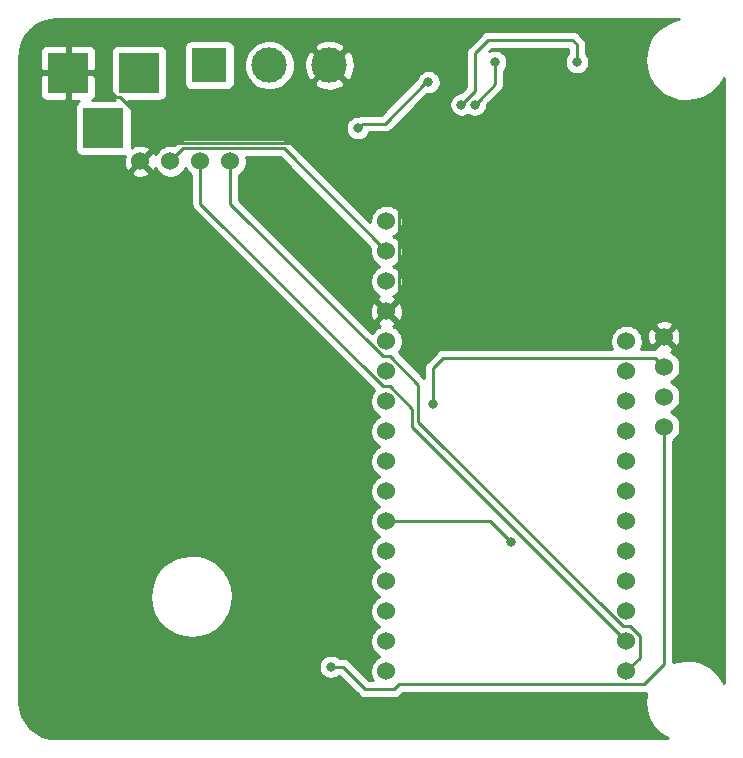
<source format=gbr>
G04 #@! TF.GenerationSoftware,KiCad,Pcbnew,(5.1.0)-1*
G04 #@! TF.CreationDate,2019-06-12T13:49:38+02:00*
G04 #@! TF.ProjectId,me-freeled,6d652d66-7265-4656-9c65-642e6b696361,rev?*
G04 #@! TF.SameCoordinates,Original*
G04 #@! TF.FileFunction,Copper,L2,Bot*
G04 #@! TF.FilePolarity,Positive*
%FSLAX46Y46*%
G04 Gerber Fmt 4.6, Leading zero omitted, Abs format (unit mm)*
G04 Created by KiCad (PCBNEW (5.1.0)-1) date 2019-06-12 13:49:38*
%MOMM*%
%LPD*%
G04 APERTURE LIST*
%ADD10C,1.524000*%
%ADD11R,3.500000X3.500000*%
%ADD12C,3.000000*%
%ADD13R,3.000000X3.000000*%
%ADD14C,1.530000*%
%ADD15C,0.800000*%
%ADD16C,0.250000*%
%ADD17C,0.254000*%
G04 APERTURE END LIST*
D10*
X42672000Y-66040000D03*
X40132000Y-66040000D03*
X37592000Y-66040000D03*
X35052000Y-66040000D03*
X55880000Y-71120000D03*
X55880000Y-73660000D03*
X55880000Y-76200000D03*
X55880000Y-78740000D03*
X55880000Y-81280000D03*
X55880000Y-83820000D03*
X55880000Y-86360000D03*
X55880000Y-88900000D03*
X55880000Y-91440000D03*
X55880000Y-93980000D03*
X55880000Y-96520000D03*
X55880000Y-99060000D03*
X55880000Y-101600000D03*
X55880000Y-104140000D03*
X55880000Y-106680000D03*
X55880000Y-109220000D03*
X76200000Y-109220000D03*
X76200000Y-106680000D03*
X76200000Y-104140000D03*
X76200000Y-101600000D03*
X76200000Y-99060000D03*
X76200000Y-96520000D03*
X76200000Y-93980000D03*
X76200000Y-91440000D03*
X76200000Y-88900000D03*
X76200000Y-86360000D03*
X76200000Y-83820000D03*
X76200000Y-81280000D03*
D11*
X31925000Y-63247000D03*
X28925000Y-58547000D03*
X34925000Y-58547000D03*
D12*
X51054000Y-57912000D03*
X45974000Y-57912000D03*
D13*
X40894000Y-57912000D03*
D14*
X79375000Y-85979000D03*
X79375000Y-83439000D03*
X79375000Y-80899000D03*
X79375000Y-88519000D03*
D15*
X51181000Y-108839000D03*
X63373000Y-61246010D03*
X65087000Y-57658000D03*
X53467000Y-63246000D03*
X59436000Y-59346000D03*
X62230000Y-61246010D03*
X72009000Y-57658000D03*
X59817000Y-86614000D03*
X66421000Y-98298000D03*
D16*
X28925000Y-58547000D02*
X31000300Y-58547000D01*
X36619000Y-64473000D02*
X56986800Y-64473000D01*
X35052000Y-66040000D02*
X36619000Y-64473000D01*
X31000300Y-58547000D02*
X31000300Y-58676800D01*
X31000300Y-58676800D02*
X32945800Y-60622300D01*
X32945800Y-60622300D02*
X33307300Y-60622300D01*
X33307300Y-60622300D02*
X36619000Y-63934000D01*
X36619000Y-63934000D02*
X36619000Y-64473000D01*
X56986800Y-64473000D02*
X56986800Y-77633200D01*
X56986800Y-77633200D02*
X55880000Y-78740000D01*
X64259100Y-64473000D02*
X56986800Y-64473000D01*
X76200000Y-109220000D02*
X77321100Y-108098900D01*
X77321100Y-108098900D02*
X77321100Y-106240700D01*
X77321100Y-106240700D02*
X76490400Y-105410000D01*
X76490400Y-105410000D02*
X75913200Y-105410000D01*
X75913200Y-105410000D02*
X58590800Y-88087600D01*
X58590800Y-88087600D02*
X58590800Y-84983200D01*
X58590800Y-84983200D02*
X56157600Y-82550000D01*
X56157600Y-82550000D02*
X55560400Y-82550000D01*
X55560400Y-82550000D02*
X42672000Y-69661600D01*
X42672000Y-69661600D02*
X42672000Y-66040000D01*
X76200000Y-106680000D02*
X58072300Y-88552300D01*
X58072300Y-88552300D02*
X58072300Y-87001900D01*
X58072300Y-87001900D02*
X56160400Y-85090000D01*
X56160400Y-85090000D02*
X55582800Y-85090000D01*
X55582800Y-85090000D02*
X40132000Y-69639200D01*
X40132000Y-69639200D02*
X40132000Y-66040000D01*
X37592000Y-66040000D02*
X38681100Y-64950900D01*
X38681100Y-64950900D02*
X47170900Y-64950900D01*
X47170900Y-64950900D02*
X55880000Y-73660000D01*
X79375000Y-88519000D02*
X79375000Y-89600873D01*
X79375000Y-89600873D02*
X79375000Y-108585000D01*
X77652999Y-110307001D02*
X58856999Y-110307001D01*
X79375000Y-108585000D02*
X77652999Y-110307001D01*
X58856999Y-110307001D02*
X56951999Y-110307001D01*
X56951999Y-110307001D02*
X56515000Y-110744000D01*
X56515000Y-110744000D02*
X54102000Y-110744000D01*
X54102000Y-110744000D02*
X52197000Y-108839000D01*
X52197000Y-108839000D02*
X51181000Y-108839000D01*
X63772999Y-60846011D02*
X63772999Y-60814001D01*
X63373000Y-61246010D02*
X63772999Y-60846011D01*
X63772999Y-60814001D02*
X65087000Y-59500000D01*
X65087000Y-59500000D02*
X65087000Y-57658000D01*
X53866999Y-62846001D02*
X55771999Y-62846001D01*
X53467000Y-63246000D02*
X53866999Y-62846001D01*
X55771999Y-62846001D02*
X59272000Y-59346000D01*
X59272000Y-59346000D02*
X59436000Y-59346000D01*
X62230000Y-61246010D02*
X63373000Y-60103010D01*
X63373000Y-60103010D02*
X63373000Y-56896000D01*
X63373000Y-56896000D02*
X64516000Y-55753000D01*
X64516000Y-55753000D02*
X71628000Y-55753000D01*
X71628000Y-55753000D02*
X72009000Y-56134000D01*
X72009000Y-56134000D02*
X72009000Y-57658000D01*
X59817000Y-86614000D02*
X59817000Y-83566000D01*
X78610001Y-82674001D02*
X79375000Y-83439000D01*
X60708999Y-82674001D02*
X78610001Y-82674001D01*
X59817000Y-83566000D02*
X60708999Y-82674001D01*
X55880000Y-96520000D02*
X64643000Y-96520000D01*
X64643000Y-96520000D02*
X66421000Y-98298000D01*
D17*
G36*
X80524173Y-54012109D02*
G01*
X79870849Y-54224387D01*
X79271199Y-54559520D01*
X78748063Y-55004743D01*
X78321369Y-55543098D01*
X78007367Y-56154079D01*
X77818019Y-56814414D01*
X77760537Y-57498950D01*
X77837110Y-58181615D01*
X78044822Y-58836405D01*
X78375761Y-59438380D01*
X78817321Y-59964611D01*
X79352684Y-60395054D01*
X79961457Y-60713313D01*
X80620454Y-60907267D01*
X81304573Y-60969526D01*
X81987755Y-60897721D01*
X82643980Y-60694585D01*
X83248251Y-60367857D01*
X83777551Y-59929982D01*
X84211721Y-59397637D01*
X84430001Y-58987113D01*
X84430000Y-63532418D01*
X84430001Y-63532428D01*
X84430000Y-110213060D01*
X84156192Y-109731070D01*
X83707327Y-109211056D01*
X83166006Y-108788130D01*
X82552848Y-108478401D01*
X81891208Y-108293668D01*
X81206287Y-108240966D01*
X80524173Y-108322303D01*
X80135000Y-108448753D01*
X80135000Y-89694950D01*
X80267448Y-89606451D01*
X80462451Y-89411448D01*
X80615664Y-89182149D01*
X80721199Y-88927365D01*
X80775000Y-88656888D01*
X80775000Y-88381112D01*
X80721199Y-88110635D01*
X80615664Y-87855851D01*
X80462451Y-87626552D01*
X80267448Y-87431549D01*
X80038149Y-87278336D01*
X79967326Y-87249000D01*
X80038149Y-87219664D01*
X80267448Y-87066451D01*
X80462451Y-86871448D01*
X80615664Y-86642149D01*
X80721199Y-86387365D01*
X80775000Y-86116888D01*
X80775000Y-85841112D01*
X80721199Y-85570635D01*
X80615664Y-85315851D01*
X80462451Y-85086552D01*
X80267448Y-84891549D01*
X80038149Y-84738336D01*
X79967326Y-84709000D01*
X80038149Y-84679664D01*
X80267448Y-84526451D01*
X80462451Y-84331448D01*
X80615664Y-84102149D01*
X80721199Y-83847365D01*
X80775000Y-83576888D01*
X80775000Y-83301112D01*
X80721199Y-83030635D01*
X80615664Y-82775851D01*
X80462451Y-82546552D01*
X80267448Y-82351549D01*
X80038149Y-82198336D01*
X79973406Y-82171518D01*
X79979072Y-82169478D01*
X80095760Y-82107106D01*
X80163102Y-81866707D01*
X79375000Y-81078605D01*
X78586898Y-81866707D01*
X78599409Y-81911368D01*
X78572679Y-81914001D01*
X77449490Y-81914001D01*
X77543314Y-81687490D01*
X77597000Y-81417592D01*
X77597000Y-81142408D01*
X77562885Y-80970899D01*
X77970064Y-80970899D01*
X78011086Y-81243607D01*
X78104522Y-81503072D01*
X78166894Y-81619760D01*
X78407293Y-81687102D01*
X79195395Y-80899000D01*
X79554605Y-80899000D01*
X80342707Y-81687102D01*
X80583106Y-81619760D01*
X80700506Y-81370220D01*
X80766967Y-81102573D01*
X80779936Y-80827101D01*
X80738914Y-80554393D01*
X80645478Y-80294928D01*
X80583106Y-80178240D01*
X80342707Y-80110898D01*
X79554605Y-80899000D01*
X79195395Y-80899000D01*
X78407293Y-80110898D01*
X78166894Y-80178240D01*
X78049494Y-80427780D01*
X77983033Y-80695427D01*
X77970064Y-80970899D01*
X77562885Y-80970899D01*
X77543314Y-80872510D01*
X77438005Y-80618273D01*
X77285120Y-80389465D01*
X77090535Y-80194880D01*
X76861727Y-80041995D01*
X76607490Y-79936686D01*
X76580378Y-79931293D01*
X78586898Y-79931293D01*
X79375000Y-80719395D01*
X80163102Y-79931293D01*
X80095760Y-79690894D01*
X79846220Y-79573494D01*
X79578573Y-79507033D01*
X79303101Y-79494064D01*
X79030393Y-79535086D01*
X78770928Y-79628522D01*
X78654240Y-79690894D01*
X78586898Y-79931293D01*
X76580378Y-79931293D01*
X76337592Y-79883000D01*
X76062408Y-79883000D01*
X75792510Y-79936686D01*
X75538273Y-80041995D01*
X75309465Y-80194880D01*
X75114880Y-80389465D01*
X74961995Y-80618273D01*
X74856686Y-80872510D01*
X74803000Y-81142408D01*
X74803000Y-81417592D01*
X74856686Y-81687490D01*
X74950510Y-81914001D01*
X60746321Y-81914001D01*
X60708998Y-81910325D01*
X60671675Y-81914001D01*
X60671666Y-81914001D01*
X60560013Y-81924998D01*
X60416752Y-81968455D01*
X60284722Y-82039027D01*
X60219199Y-82092801D01*
X60168998Y-82134000D01*
X60145200Y-82162998D01*
X59305998Y-83002201D01*
X59277000Y-83025999D01*
X59253202Y-83054997D01*
X59253201Y-83054998D01*
X59182026Y-83141724D01*
X59111454Y-83273754D01*
X59081180Y-83373558D01*
X59069365Y-83412510D01*
X59067998Y-83417015D01*
X59053324Y-83566000D01*
X59057001Y-83603332D01*
X59057001Y-84374598D01*
X56909028Y-82226627D01*
X56965120Y-82170535D01*
X57118005Y-81941727D01*
X57223314Y-81687490D01*
X57277000Y-81417592D01*
X57277000Y-81142408D01*
X57223314Y-80872510D01*
X57118005Y-80618273D01*
X56965120Y-80389465D01*
X56770535Y-80194880D01*
X56541727Y-80041995D01*
X56470057Y-80012308D01*
X56483023Y-80007636D01*
X56598980Y-79945656D01*
X56665960Y-79705565D01*
X55880000Y-78919605D01*
X55094040Y-79705565D01*
X55161020Y-79945656D01*
X55296760Y-80009485D01*
X55218273Y-80041995D01*
X54989465Y-80194880D01*
X54794880Y-80389465D01*
X54666620Y-80581419D01*
X52897218Y-78812017D01*
X54478090Y-78812017D01*
X54519078Y-79084133D01*
X54612364Y-79343023D01*
X54674344Y-79458980D01*
X54914435Y-79525960D01*
X55700395Y-78740000D01*
X56059605Y-78740000D01*
X56845565Y-79525960D01*
X57085656Y-79458980D01*
X57202756Y-79209952D01*
X57269023Y-78942865D01*
X57281910Y-78667983D01*
X57240922Y-78395867D01*
X57147636Y-78136977D01*
X57085656Y-78021020D01*
X56845565Y-77954040D01*
X56059605Y-78740000D01*
X55700395Y-78740000D01*
X54914435Y-77954040D01*
X54674344Y-78021020D01*
X54557244Y-78270048D01*
X54490977Y-78537135D01*
X54478090Y-78812017D01*
X52897218Y-78812017D01*
X43432000Y-69346799D01*
X43432000Y-67212341D01*
X43562535Y-67125120D01*
X43757120Y-66930535D01*
X43910005Y-66701727D01*
X44015314Y-66447490D01*
X44069000Y-66177592D01*
X44069000Y-65902408D01*
X44030907Y-65710900D01*
X46856099Y-65710900D01*
X54513628Y-73368430D01*
X54483000Y-73522408D01*
X54483000Y-73797592D01*
X54536686Y-74067490D01*
X54641995Y-74321727D01*
X54794880Y-74550535D01*
X54989465Y-74745120D01*
X55218273Y-74898005D01*
X55295515Y-74930000D01*
X55218273Y-74961995D01*
X54989465Y-75114880D01*
X54794880Y-75309465D01*
X54641995Y-75538273D01*
X54536686Y-75792510D01*
X54483000Y-76062408D01*
X54483000Y-76337592D01*
X54536686Y-76607490D01*
X54641995Y-76861727D01*
X54794880Y-77090535D01*
X54989465Y-77285120D01*
X55218273Y-77438005D01*
X55289943Y-77467692D01*
X55276977Y-77472364D01*
X55161020Y-77534344D01*
X55094040Y-77774435D01*
X55880000Y-78560395D01*
X56665960Y-77774435D01*
X56598980Y-77534344D01*
X56463240Y-77470515D01*
X56541727Y-77438005D01*
X56770535Y-77285120D01*
X56965120Y-77090535D01*
X57118005Y-76861727D01*
X57223314Y-76607490D01*
X57277000Y-76337592D01*
X57277000Y-76062408D01*
X57223314Y-75792510D01*
X57118005Y-75538273D01*
X56965120Y-75309465D01*
X56770535Y-75114880D01*
X56541727Y-74961995D01*
X56464485Y-74930000D01*
X56541727Y-74898005D01*
X56770535Y-74745120D01*
X56965120Y-74550535D01*
X57118005Y-74321727D01*
X57223314Y-74067490D01*
X57277000Y-73797592D01*
X57277000Y-73522408D01*
X57223314Y-73252510D01*
X57118005Y-72998273D01*
X56965120Y-72769465D01*
X56770535Y-72574880D01*
X56541727Y-72421995D01*
X56464485Y-72390000D01*
X56541727Y-72358005D01*
X56770535Y-72205120D01*
X56965120Y-72010535D01*
X57118005Y-71781727D01*
X57223314Y-71527490D01*
X57277000Y-71257592D01*
X57277000Y-70982408D01*
X57223314Y-70712510D01*
X57118005Y-70458273D01*
X56965120Y-70229465D01*
X56770535Y-70034880D01*
X56541727Y-69881995D01*
X56287490Y-69776686D01*
X56017592Y-69723000D01*
X55742408Y-69723000D01*
X55472510Y-69776686D01*
X55218273Y-69881995D01*
X54989465Y-70034880D01*
X54794880Y-70229465D01*
X54641995Y-70458273D01*
X54536686Y-70712510D01*
X54483000Y-70982408D01*
X54483000Y-71188198D01*
X47734704Y-64439903D01*
X47710901Y-64410899D01*
X47595176Y-64315926D01*
X47463147Y-64245354D01*
X47319886Y-64201897D01*
X47208233Y-64190900D01*
X47208222Y-64190900D01*
X47170900Y-64187224D01*
X47133578Y-64190900D01*
X38718422Y-64190900D01*
X38681100Y-64187224D01*
X38643777Y-64190900D01*
X38643767Y-64190900D01*
X38532114Y-64201897D01*
X38388853Y-64245354D01*
X38256823Y-64315926D01*
X38173183Y-64384568D01*
X38141099Y-64410899D01*
X38117301Y-64439897D01*
X37883570Y-64673628D01*
X37729592Y-64643000D01*
X37454408Y-64643000D01*
X37184510Y-64696686D01*
X36930273Y-64801995D01*
X36701465Y-64954880D01*
X36506880Y-65149465D01*
X36353995Y-65378273D01*
X36324308Y-65449943D01*
X36319636Y-65436977D01*
X36257656Y-65321020D01*
X36017565Y-65254040D01*
X35231605Y-66040000D01*
X36017565Y-66825960D01*
X36257656Y-66758980D01*
X36321485Y-66623240D01*
X36353995Y-66701727D01*
X36506880Y-66930535D01*
X36701465Y-67125120D01*
X36930273Y-67278005D01*
X37184510Y-67383314D01*
X37454408Y-67437000D01*
X37729592Y-67437000D01*
X37999490Y-67383314D01*
X38253727Y-67278005D01*
X38482535Y-67125120D01*
X38677120Y-66930535D01*
X38830005Y-66701727D01*
X38862000Y-66624485D01*
X38893995Y-66701727D01*
X39046880Y-66930535D01*
X39241465Y-67125120D01*
X39372001Y-67212341D01*
X39372000Y-69601877D01*
X39368324Y-69639200D01*
X39372000Y-69676522D01*
X39372000Y-69676532D01*
X39382997Y-69788185D01*
X39426454Y-69931446D01*
X39497026Y-70063476D01*
X39536871Y-70112026D01*
X39591999Y-70179201D01*
X39621003Y-70203004D01*
X54841172Y-85423173D01*
X54794880Y-85469465D01*
X54641995Y-85698273D01*
X54536686Y-85952510D01*
X54483000Y-86222408D01*
X54483000Y-86497592D01*
X54536686Y-86767490D01*
X54641995Y-87021727D01*
X54794880Y-87250535D01*
X54989465Y-87445120D01*
X55218273Y-87598005D01*
X55295515Y-87630000D01*
X55218273Y-87661995D01*
X54989465Y-87814880D01*
X54794880Y-88009465D01*
X54641995Y-88238273D01*
X54536686Y-88492510D01*
X54483000Y-88762408D01*
X54483000Y-89037592D01*
X54536686Y-89307490D01*
X54641995Y-89561727D01*
X54794880Y-89790535D01*
X54989465Y-89985120D01*
X55218273Y-90138005D01*
X55295515Y-90170000D01*
X55218273Y-90201995D01*
X54989465Y-90354880D01*
X54794880Y-90549465D01*
X54641995Y-90778273D01*
X54536686Y-91032510D01*
X54483000Y-91302408D01*
X54483000Y-91577592D01*
X54536686Y-91847490D01*
X54641995Y-92101727D01*
X54794880Y-92330535D01*
X54989465Y-92525120D01*
X55218273Y-92678005D01*
X55295515Y-92710000D01*
X55218273Y-92741995D01*
X54989465Y-92894880D01*
X54794880Y-93089465D01*
X54641995Y-93318273D01*
X54536686Y-93572510D01*
X54483000Y-93842408D01*
X54483000Y-94117592D01*
X54536686Y-94387490D01*
X54641995Y-94641727D01*
X54794880Y-94870535D01*
X54989465Y-95065120D01*
X55218273Y-95218005D01*
X55295515Y-95250000D01*
X55218273Y-95281995D01*
X54989465Y-95434880D01*
X54794880Y-95629465D01*
X54641995Y-95858273D01*
X54536686Y-96112510D01*
X54483000Y-96382408D01*
X54483000Y-96657592D01*
X54536686Y-96927490D01*
X54641995Y-97181727D01*
X54794880Y-97410535D01*
X54989465Y-97605120D01*
X55218273Y-97758005D01*
X55295515Y-97790000D01*
X55218273Y-97821995D01*
X54989465Y-97974880D01*
X54794880Y-98169465D01*
X54641995Y-98398273D01*
X54536686Y-98652510D01*
X54483000Y-98922408D01*
X54483000Y-99197592D01*
X54536686Y-99467490D01*
X54641995Y-99721727D01*
X54794880Y-99950535D01*
X54989465Y-100145120D01*
X55218273Y-100298005D01*
X55295515Y-100330000D01*
X55218273Y-100361995D01*
X54989465Y-100514880D01*
X54794880Y-100709465D01*
X54641995Y-100938273D01*
X54536686Y-101192510D01*
X54483000Y-101462408D01*
X54483000Y-101737592D01*
X54536686Y-102007490D01*
X54641995Y-102261727D01*
X54794880Y-102490535D01*
X54989465Y-102685120D01*
X55218273Y-102838005D01*
X55295515Y-102870000D01*
X55218273Y-102901995D01*
X54989465Y-103054880D01*
X54794880Y-103249465D01*
X54641995Y-103478273D01*
X54536686Y-103732510D01*
X54483000Y-104002408D01*
X54483000Y-104277592D01*
X54536686Y-104547490D01*
X54641995Y-104801727D01*
X54794880Y-105030535D01*
X54989465Y-105225120D01*
X55218273Y-105378005D01*
X55295515Y-105410000D01*
X55218273Y-105441995D01*
X54989465Y-105594880D01*
X54794880Y-105789465D01*
X54641995Y-106018273D01*
X54536686Y-106272510D01*
X54483000Y-106542408D01*
X54483000Y-106817592D01*
X54536686Y-107087490D01*
X54641995Y-107341727D01*
X54794880Y-107570535D01*
X54989465Y-107765120D01*
X55218273Y-107918005D01*
X55295515Y-107950000D01*
X55218273Y-107981995D01*
X54989465Y-108134880D01*
X54794880Y-108329465D01*
X54641995Y-108558273D01*
X54536686Y-108812510D01*
X54483000Y-109082408D01*
X54483000Y-109357592D01*
X54536686Y-109627490D01*
X54641995Y-109881727D01*
X54710332Y-109984000D01*
X54416802Y-109984000D01*
X52760804Y-108328003D01*
X52737001Y-108298999D01*
X52621276Y-108204026D01*
X52489247Y-108133454D01*
X52345986Y-108089997D01*
X52234333Y-108079000D01*
X52234322Y-108079000D01*
X52197000Y-108075324D01*
X52159678Y-108079000D01*
X51884711Y-108079000D01*
X51840774Y-108035063D01*
X51671256Y-107921795D01*
X51482898Y-107843774D01*
X51282939Y-107804000D01*
X51079061Y-107804000D01*
X50879102Y-107843774D01*
X50690744Y-107921795D01*
X50521226Y-108035063D01*
X50377063Y-108179226D01*
X50263795Y-108348744D01*
X50185774Y-108537102D01*
X50146000Y-108737061D01*
X50146000Y-108940939D01*
X50185774Y-109140898D01*
X50263795Y-109329256D01*
X50377063Y-109498774D01*
X50521226Y-109642937D01*
X50690744Y-109756205D01*
X50879102Y-109834226D01*
X51079061Y-109874000D01*
X51282939Y-109874000D01*
X51482898Y-109834226D01*
X51671256Y-109756205D01*
X51840774Y-109642937D01*
X51883455Y-109600256D01*
X53538201Y-111255003D01*
X53561999Y-111284001D01*
X53677724Y-111378974D01*
X53809753Y-111449546D01*
X53953014Y-111493003D01*
X54064667Y-111504000D01*
X54064677Y-111504000D01*
X54102000Y-111507676D01*
X54139323Y-111504000D01*
X56477678Y-111504000D01*
X56515000Y-111507676D01*
X56552322Y-111504000D01*
X56552333Y-111504000D01*
X56663986Y-111493003D01*
X56807247Y-111449546D01*
X56939276Y-111378974D01*
X57055001Y-111284001D01*
X57078804Y-111254997D01*
X57266800Y-111067001D01*
X77615677Y-111067001D01*
X77652999Y-111070677D01*
X77690321Y-111067001D01*
X77690332Y-111067001D01*
X77801985Y-111056004D01*
X77841093Y-111044141D01*
X77818019Y-111124608D01*
X77760537Y-111809144D01*
X77837110Y-112491809D01*
X78044822Y-113146599D01*
X78375761Y-113748574D01*
X78817321Y-114274805D01*
X79352684Y-114705248D01*
X79744338Y-114910000D01*
X27972279Y-114910000D01*
X27328779Y-114846904D01*
X26740836Y-114669394D01*
X26198564Y-114381063D01*
X25722636Y-113992906D01*
X25331155Y-113519686D01*
X25039050Y-112979449D01*
X24857437Y-112392756D01*
X24790000Y-111751130D01*
X24790000Y-102919144D01*
X35850537Y-102919144D01*
X35927110Y-103601809D01*
X36134822Y-104256599D01*
X36465761Y-104858574D01*
X36907321Y-105384805D01*
X37442684Y-105815248D01*
X38051457Y-106133507D01*
X38710454Y-106327461D01*
X39394573Y-106389720D01*
X40077755Y-106317915D01*
X40733980Y-106114779D01*
X41338251Y-105788051D01*
X41867551Y-105350176D01*
X42301721Y-104817831D01*
X42624223Y-104211294D01*
X42822772Y-103553667D01*
X42889806Y-102870000D01*
X42888434Y-102771721D01*
X42802337Y-102090192D01*
X42585503Y-101438366D01*
X42246192Y-100841070D01*
X41797327Y-100321056D01*
X41256006Y-99898130D01*
X40642848Y-99588401D01*
X39981208Y-99403668D01*
X39296287Y-99350966D01*
X38614173Y-99432303D01*
X37960849Y-99644581D01*
X37361199Y-99979714D01*
X36838063Y-100424937D01*
X36411369Y-100963292D01*
X36097367Y-101574273D01*
X35908019Y-102234608D01*
X35850537Y-102919144D01*
X24790000Y-102919144D01*
X24790000Y-67005565D01*
X34266040Y-67005565D01*
X34333020Y-67245656D01*
X34582048Y-67362756D01*
X34849135Y-67429023D01*
X35124017Y-67441910D01*
X35396133Y-67400922D01*
X35655023Y-67307636D01*
X35770980Y-67245656D01*
X35837960Y-67005565D01*
X35052000Y-66219605D01*
X34266040Y-67005565D01*
X24790000Y-67005565D01*
X24790000Y-60297000D01*
X26536928Y-60297000D01*
X26549188Y-60421482D01*
X26585498Y-60541180D01*
X26644463Y-60651494D01*
X26723815Y-60748185D01*
X26820506Y-60827537D01*
X26930820Y-60886502D01*
X27050518Y-60922812D01*
X27175000Y-60935072D01*
X28639250Y-60932000D01*
X28798000Y-60773250D01*
X28798000Y-58674000D01*
X29052000Y-58674000D01*
X29052000Y-60773250D01*
X29210750Y-60932000D01*
X29882345Y-60933409D01*
X29820506Y-60966463D01*
X29723815Y-61045815D01*
X29644463Y-61142506D01*
X29585498Y-61252820D01*
X29549188Y-61372518D01*
X29536928Y-61497000D01*
X29536928Y-64997000D01*
X29549188Y-65121482D01*
X29585498Y-65241180D01*
X29644463Y-65351494D01*
X29723815Y-65448185D01*
X29820506Y-65527537D01*
X29930820Y-65586502D01*
X30050518Y-65622812D01*
X30175000Y-65635072D01*
X33675000Y-65635072D01*
X33714065Y-65631225D01*
X33662977Y-65837135D01*
X33650090Y-66112017D01*
X33691078Y-66384133D01*
X33784364Y-66643023D01*
X33846344Y-66758980D01*
X34086435Y-66825960D01*
X34872395Y-66040000D01*
X34858253Y-66025858D01*
X35037858Y-65846253D01*
X35052000Y-65860395D01*
X35837960Y-65074435D01*
X35770980Y-64834344D01*
X35521952Y-64717244D01*
X35254865Y-64650977D01*
X34979983Y-64638090D01*
X34707867Y-64679078D01*
X34448977Y-64772364D01*
X34333020Y-64834344D01*
X34313072Y-64905848D01*
X34313072Y-63144061D01*
X52432000Y-63144061D01*
X52432000Y-63347939D01*
X52471774Y-63547898D01*
X52549795Y-63736256D01*
X52663063Y-63905774D01*
X52807226Y-64049937D01*
X52976744Y-64163205D01*
X53165102Y-64241226D01*
X53365061Y-64281000D01*
X53568939Y-64281000D01*
X53768898Y-64241226D01*
X53957256Y-64163205D01*
X54126774Y-64049937D01*
X54270937Y-63905774D01*
X54384205Y-63736256D01*
X54438159Y-63606001D01*
X55734677Y-63606001D01*
X55771999Y-63609677D01*
X55809321Y-63606001D01*
X55809332Y-63606001D01*
X55920985Y-63595004D01*
X56064246Y-63551547D01*
X56196275Y-63480975D01*
X56312000Y-63386002D01*
X56335803Y-63356998D01*
X58548730Y-61144071D01*
X61195000Y-61144071D01*
X61195000Y-61347949D01*
X61234774Y-61547908D01*
X61312795Y-61736266D01*
X61426063Y-61905784D01*
X61570226Y-62049947D01*
X61739744Y-62163215D01*
X61928102Y-62241236D01*
X62128061Y-62281010D01*
X62331939Y-62281010D01*
X62531898Y-62241236D01*
X62720256Y-62163215D01*
X62801500Y-62108930D01*
X62882744Y-62163215D01*
X63071102Y-62241236D01*
X63271061Y-62281010D01*
X63474939Y-62281010D01*
X63674898Y-62241236D01*
X63863256Y-62163215D01*
X64032774Y-62049947D01*
X64176937Y-61905784D01*
X64290205Y-61736266D01*
X64368226Y-61547908D01*
X64408000Y-61347949D01*
X64408000Y-61270236D01*
X64426873Y-61234928D01*
X65598004Y-60063798D01*
X65627001Y-60040001D01*
X65675443Y-59980974D01*
X65721974Y-59924277D01*
X65792546Y-59792247D01*
X65826979Y-59678734D01*
X65836003Y-59648986D01*
X65847000Y-59537333D01*
X65847000Y-59537324D01*
X65850676Y-59500001D01*
X65847000Y-59462678D01*
X65847000Y-58361711D01*
X65890937Y-58317774D01*
X66004205Y-58148256D01*
X66082226Y-57959898D01*
X66122000Y-57759939D01*
X66122000Y-57556061D01*
X66082226Y-57356102D01*
X66004205Y-57167744D01*
X65890937Y-56998226D01*
X65746774Y-56854063D01*
X65577256Y-56740795D01*
X65388898Y-56662774D01*
X65188939Y-56623000D01*
X64985061Y-56623000D01*
X64785102Y-56662774D01*
X64607435Y-56736367D01*
X64830802Y-56513000D01*
X71249000Y-56513000D01*
X71249001Y-56954288D01*
X71205063Y-56998226D01*
X71091795Y-57167744D01*
X71013774Y-57356102D01*
X70974000Y-57556061D01*
X70974000Y-57759939D01*
X71013774Y-57959898D01*
X71091795Y-58148256D01*
X71205063Y-58317774D01*
X71349226Y-58461937D01*
X71518744Y-58575205D01*
X71707102Y-58653226D01*
X71907061Y-58693000D01*
X72110939Y-58693000D01*
X72310898Y-58653226D01*
X72499256Y-58575205D01*
X72668774Y-58461937D01*
X72812937Y-58317774D01*
X72926205Y-58148256D01*
X73004226Y-57959898D01*
X73044000Y-57759939D01*
X73044000Y-57556061D01*
X73004226Y-57356102D01*
X72926205Y-57167744D01*
X72812937Y-56998226D01*
X72769000Y-56954289D01*
X72769000Y-56171322D01*
X72772676Y-56133999D01*
X72769000Y-56096676D01*
X72769000Y-56096667D01*
X72758003Y-55985014D01*
X72714546Y-55841753D01*
X72643974Y-55709724D01*
X72549001Y-55593999D01*
X72519998Y-55570197D01*
X72191804Y-55242003D01*
X72168001Y-55212999D01*
X72052276Y-55118026D01*
X71920247Y-55047454D01*
X71776986Y-55003997D01*
X71665333Y-54993000D01*
X71665322Y-54993000D01*
X71628000Y-54989324D01*
X71590678Y-54993000D01*
X64553322Y-54993000D01*
X64515999Y-54989324D01*
X64478676Y-54993000D01*
X64478667Y-54993000D01*
X64367014Y-55003997D01*
X64242600Y-55041737D01*
X64223753Y-55047454D01*
X64091723Y-55118026D01*
X64086116Y-55122628D01*
X63975999Y-55212999D01*
X63952201Y-55241997D01*
X62861998Y-56332201D01*
X62833000Y-56355999D01*
X62809202Y-56384997D01*
X62809201Y-56384998D01*
X62738026Y-56471724D01*
X62667454Y-56603754D01*
X62652375Y-56653466D01*
X62623998Y-56747014D01*
X62613001Y-56858667D01*
X62609324Y-56896000D01*
X62613001Y-56933332D01*
X62613000Y-59788208D01*
X62190199Y-60211010D01*
X62128061Y-60211010D01*
X61928102Y-60250784D01*
X61739744Y-60328805D01*
X61570226Y-60442073D01*
X61426063Y-60586236D01*
X61312795Y-60755754D01*
X61234774Y-60944112D01*
X61195000Y-61144071D01*
X58548730Y-61144071D01*
X59315495Y-60377307D01*
X59334061Y-60381000D01*
X59537939Y-60381000D01*
X59737898Y-60341226D01*
X59926256Y-60263205D01*
X60095774Y-60149937D01*
X60239937Y-60005774D01*
X60353205Y-59836256D01*
X60431226Y-59647898D01*
X60471000Y-59447939D01*
X60471000Y-59244061D01*
X60431226Y-59044102D01*
X60353205Y-58855744D01*
X60239937Y-58686226D01*
X60095774Y-58542063D01*
X59926256Y-58428795D01*
X59737898Y-58350774D01*
X59537939Y-58311000D01*
X59334061Y-58311000D01*
X59134102Y-58350774D01*
X58945744Y-58428795D01*
X58776226Y-58542063D01*
X58632063Y-58686226D01*
X58518795Y-58855744D01*
X58440774Y-59044102D01*
X58426293Y-59116905D01*
X55457198Y-62086001D01*
X53904321Y-62086001D01*
X53866998Y-62082325D01*
X53829676Y-62086001D01*
X53829666Y-62086001D01*
X53718013Y-62096998D01*
X53574752Y-62140455D01*
X53442774Y-62211000D01*
X53365061Y-62211000D01*
X53165102Y-62250774D01*
X52976744Y-62328795D01*
X52807226Y-62442063D01*
X52663063Y-62586226D01*
X52549795Y-62755744D01*
X52471774Y-62944102D01*
X52432000Y-63144061D01*
X34313072Y-63144061D01*
X34313072Y-61497000D01*
X34300812Y-61372518D01*
X34264502Y-61252820D01*
X34205537Y-61142506D01*
X34126185Y-61045815D01*
X34029494Y-60966463D01*
X33970767Y-60935072D01*
X36675000Y-60935072D01*
X36799482Y-60922812D01*
X36919180Y-60886502D01*
X37029494Y-60827537D01*
X37126185Y-60748185D01*
X37205537Y-60651494D01*
X37264502Y-60541180D01*
X37300812Y-60421482D01*
X37313072Y-60297000D01*
X37313072Y-56797000D01*
X37300812Y-56672518D01*
X37264502Y-56552820D01*
X37205537Y-56442506D01*
X37180502Y-56412000D01*
X38755928Y-56412000D01*
X38755928Y-59412000D01*
X38768188Y-59536482D01*
X38804498Y-59656180D01*
X38863463Y-59766494D01*
X38942815Y-59863185D01*
X39039506Y-59942537D01*
X39149820Y-60001502D01*
X39269518Y-60037812D01*
X39394000Y-60050072D01*
X42394000Y-60050072D01*
X42518482Y-60037812D01*
X42638180Y-60001502D01*
X42748494Y-59942537D01*
X42845185Y-59863185D01*
X42924537Y-59766494D01*
X42983502Y-59656180D01*
X43019812Y-59536482D01*
X43032072Y-59412000D01*
X43032072Y-57701721D01*
X43839000Y-57701721D01*
X43839000Y-58122279D01*
X43921047Y-58534756D01*
X44081988Y-58923302D01*
X44315637Y-59272983D01*
X44613017Y-59570363D01*
X44962698Y-59804012D01*
X45351244Y-59964953D01*
X45763721Y-60047000D01*
X46184279Y-60047000D01*
X46596756Y-59964953D01*
X46985302Y-59804012D01*
X47334983Y-59570363D01*
X47501693Y-59403653D01*
X49741952Y-59403653D01*
X49897962Y-59719214D01*
X50272745Y-59910020D01*
X50677551Y-60024044D01*
X51096824Y-60056902D01*
X51514451Y-60007334D01*
X51914383Y-59877243D01*
X52210038Y-59719214D01*
X52366048Y-59403653D01*
X51054000Y-58091605D01*
X49741952Y-59403653D01*
X47501693Y-59403653D01*
X47632363Y-59272983D01*
X47866012Y-58923302D01*
X48026953Y-58534756D01*
X48109000Y-58122279D01*
X48109000Y-57954824D01*
X48909098Y-57954824D01*
X48958666Y-58372451D01*
X49088757Y-58772383D01*
X49246786Y-59068038D01*
X49562347Y-59224048D01*
X50874395Y-57912000D01*
X51233605Y-57912000D01*
X52545653Y-59224048D01*
X52861214Y-59068038D01*
X53052020Y-58693255D01*
X53166044Y-58288449D01*
X53198902Y-57869176D01*
X53149334Y-57451549D01*
X53019243Y-57051617D01*
X52861214Y-56755962D01*
X52545653Y-56599952D01*
X51233605Y-57912000D01*
X50874395Y-57912000D01*
X49562347Y-56599952D01*
X49246786Y-56755962D01*
X49055980Y-57130745D01*
X48941956Y-57535551D01*
X48909098Y-57954824D01*
X48109000Y-57954824D01*
X48109000Y-57701721D01*
X48026953Y-57289244D01*
X47866012Y-56900698D01*
X47632363Y-56551017D01*
X47501693Y-56420347D01*
X49741952Y-56420347D01*
X51054000Y-57732395D01*
X52366048Y-56420347D01*
X52210038Y-56104786D01*
X51835255Y-55913980D01*
X51430449Y-55799956D01*
X51011176Y-55767098D01*
X50593549Y-55816666D01*
X50193617Y-55946757D01*
X49897962Y-56104786D01*
X49741952Y-56420347D01*
X47501693Y-56420347D01*
X47334983Y-56253637D01*
X46985302Y-56019988D01*
X46596756Y-55859047D01*
X46184279Y-55777000D01*
X45763721Y-55777000D01*
X45351244Y-55859047D01*
X44962698Y-56019988D01*
X44613017Y-56253637D01*
X44315637Y-56551017D01*
X44081988Y-56900698D01*
X43921047Y-57289244D01*
X43839000Y-57701721D01*
X43032072Y-57701721D01*
X43032072Y-56412000D01*
X43019812Y-56287518D01*
X42983502Y-56167820D01*
X42924537Y-56057506D01*
X42845185Y-55960815D01*
X42748494Y-55881463D01*
X42638180Y-55822498D01*
X42518482Y-55786188D01*
X42394000Y-55773928D01*
X39394000Y-55773928D01*
X39269518Y-55786188D01*
X39149820Y-55822498D01*
X39039506Y-55881463D01*
X38942815Y-55960815D01*
X38863463Y-56057506D01*
X38804498Y-56167820D01*
X38768188Y-56287518D01*
X38755928Y-56412000D01*
X37180502Y-56412000D01*
X37126185Y-56345815D01*
X37029494Y-56266463D01*
X36919180Y-56207498D01*
X36799482Y-56171188D01*
X36675000Y-56158928D01*
X33175000Y-56158928D01*
X33050518Y-56171188D01*
X32930820Y-56207498D01*
X32820506Y-56266463D01*
X32723815Y-56345815D01*
X32644463Y-56442506D01*
X32585498Y-56552820D01*
X32549188Y-56672518D01*
X32536928Y-56797000D01*
X32536928Y-60297000D01*
X32549188Y-60421482D01*
X32585498Y-60541180D01*
X32644463Y-60651494D01*
X32723815Y-60748185D01*
X32820506Y-60827537D01*
X32879233Y-60858928D01*
X30970767Y-60858928D01*
X31029494Y-60827537D01*
X31126185Y-60748185D01*
X31205537Y-60651494D01*
X31264502Y-60541180D01*
X31300812Y-60421482D01*
X31313072Y-60297000D01*
X31310000Y-58832750D01*
X31151250Y-58674000D01*
X29052000Y-58674000D01*
X28798000Y-58674000D01*
X26698750Y-58674000D01*
X26540000Y-58832750D01*
X26536928Y-60297000D01*
X24790000Y-60297000D01*
X24790000Y-57182279D01*
X24827777Y-56797000D01*
X26536928Y-56797000D01*
X26540000Y-58261250D01*
X26698750Y-58420000D01*
X28798000Y-58420000D01*
X28798000Y-56320750D01*
X29052000Y-56320750D01*
X29052000Y-58420000D01*
X31151250Y-58420000D01*
X31310000Y-58261250D01*
X31313072Y-56797000D01*
X31300812Y-56672518D01*
X31264502Y-56552820D01*
X31205537Y-56442506D01*
X31126185Y-56345815D01*
X31029494Y-56266463D01*
X30919180Y-56207498D01*
X30799482Y-56171188D01*
X30675000Y-56158928D01*
X29210750Y-56162000D01*
X29052000Y-56320750D01*
X28798000Y-56320750D01*
X28639250Y-56162000D01*
X27175000Y-56158928D01*
X27050518Y-56171188D01*
X26930820Y-56207498D01*
X26820506Y-56266463D01*
X26723815Y-56345815D01*
X26644463Y-56442506D01*
X26585498Y-56552820D01*
X26549188Y-56672518D01*
X26536928Y-56797000D01*
X24827777Y-56797000D01*
X24853096Y-56538778D01*
X25030606Y-55950836D01*
X25318937Y-55408564D01*
X25707094Y-54932636D01*
X26180314Y-54541155D01*
X26720552Y-54249049D01*
X27307244Y-54067437D01*
X27948879Y-54000000D01*
X80625722Y-54000000D01*
X80524173Y-54012109D01*
X80524173Y-54012109D01*
G37*
X80524173Y-54012109D02*
X79870849Y-54224387D01*
X79271199Y-54559520D01*
X78748063Y-55004743D01*
X78321369Y-55543098D01*
X78007367Y-56154079D01*
X77818019Y-56814414D01*
X77760537Y-57498950D01*
X77837110Y-58181615D01*
X78044822Y-58836405D01*
X78375761Y-59438380D01*
X78817321Y-59964611D01*
X79352684Y-60395054D01*
X79961457Y-60713313D01*
X80620454Y-60907267D01*
X81304573Y-60969526D01*
X81987755Y-60897721D01*
X82643980Y-60694585D01*
X83248251Y-60367857D01*
X83777551Y-59929982D01*
X84211721Y-59397637D01*
X84430001Y-58987113D01*
X84430000Y-63532418D01*
X84430001Y-63532428D01*
X84430000Y-110213060D01*
X84156192Y-109731070D01*
X83707327Y-109211056D01*
X83166006Y-108788130D01*
X82552848Y-108478401D01*
X81891208Y-108293668D01*
X81206287Y-108240966D01*
X80524173Y-108322303D01*
X80135000Y-108448753D01*
X80135000Y-89694950D01*
X80267448Y-89606451D01*
X80462451Y-89411448D01*
X80615664Y-89182149D01*
X80721199Y-88927365D01*
X80775000Y-88656888D01*
X80775000Y-88381112D01*
X80721199Y-88110635D01*
X80615664Y-87855851D01*
X80462451Y-87626552D01*
X80267448Y-87431549D01*
X80038149Y-87278336D01*
X79967326Y-87249000D01*
X80038149Y-87219664D01*
X80267448Y-87066451D01*
X80462451Y-86871448D01*
X80615664Y-86642149D01*
X80721199Y-86387365D01*
X80775000Y-86116888D01*
X80775000Y-85841112D01*
X80721199Y-85570635D01*
X80615664Y-85315851D01*
X80462451Y-85086552D01*
X80267448Y-84891549D01*
X80038149Y-84738336D01*
X79967326Y-84709000D01*
X80038149Y-84679664D01*
X80267448Y-84526451D01*
X80462451Y-84331448D01*
X80615664Y-84102149D01*
X80721199Y-83847365D01*
X80775000Y-83576888D01*
X80775000Y-83301112D01*
X80721199Y-83030635D01*
X80615664Y-82775851D01*
X80462451Y-82546552D01*
X80267448Y-82351549D01*
X80038149Y-82198336D01*
X79973406Y-82171518D01*
X79979072Y-82169478D01*
X80095760Y-82107106D01*
X80163102Y-81866707D01*
X79375000Y-81078605D01*
X78586898Y-81866707D01*
X78599409Y-81911368D01*
X78572679Y-81914001D01*
X77449490Y-81914001D01*
X77543314Y-81687490D01*
X77597000Y-81417592D01*
X77597000Y-81142408D01*
X77562885Y-80970899D01*
X77970064Y-80970899D01*
X78011086Y-81243607D01*
X78104522Y-81503072D01*
X78166894Y-81619760D01*
X78407293Y-81687102D01*
X79195395Y-80899000D01*
X79554605Y-80899000D01*
X80342707Y-81687102D01*
X80583106Y-81619760D01*
X80700506Y-81370220D01*
X80766967Y-81102573D01*
X80779936Y-80827101D01*
X80738914Y-80554393D01*
X80645478Y-80294928D01*
X80583106Y-80178240D01*
X80342707Y-80110898D01*
X79554605Y-80899000D01*
X79195395Y-80899000D01*
X78407293Y-80110898D01*
X78166894Y-80178240D01*
X78049494Y-80427780D01*
X77983033Y-80695427D01*
X77970064Y-80970899D01*
X77562885Y-80970899D01*
X77543314Y-80872510D01*
X77438005Y-80618273D01*
X77285120Y-80389465D01*
X77090535Y-80194880D01*
X76861727Y-80041995D01*
X76607490Y-79936686D01*
X76580378Y-79931293D01*
X78586898Y-79931293D01*
X79375000Y-80719395D01*
X80163102Y-79931293D01*
X80095760Y-79690894D01*
X79846220Y-79573494D01*
X79578573Y-79507033D01*
X79303101Y-79494064D01*
X79030393Y-79535086D01*
X78770928Y-79628522D01*
X78654240Y-79690894D01*
X78586898Y-79931293D01*
X76580378Y-79931293D01*
X76337592Y-79883000D01*
X76062408Y-79883000D01*
X75792510Y-79936686D01*
X75538273Y-80041995D01*
X75309465Y-80194880D01*
X75114880Y-80389465D01*
X74961995Y-80618273D01*
X74856686Y-80872510D01*
X74803000Y-81142408D01*
X74803000Y-81417592D01*
X74856686Y-81687490D01*
X74950510Y-81914001D01*
X60746321Y-81914001D01*
X60708998Y-81910325D01*
X60671675Y-81914001D01*
X60671666Y-81914001D01*
X60560013Y-81924998D01*
X60416752Y-81968455D01*
X60284722Y-82039027D01*
X60219199Y-82092801D01*
X60168998Y-82134000D01*
X60145200Y-82162998D01*
X59305998Y-83002201D01*
X59277000Y-83025999D01*
X59253202Y-83054997D01*
X59253201Y-83054998D01*
X59182026Y-83141724D01*
X59111454Y-83273754D01*
X59081180Y-83373558D01*
X59069365Y-83412510D01*
X59067998Y-83417015D01*
X59053324Y-83566000D01*
X59057001Y-83603332D01*
X59057001Y-84374598D01*
X56909028Y-82226627D01*
X56965120Y-82170535D01*
X57118005Y-81941727D01*
X57223314Y-81687490D01*
X57277000Y-81417592D01*
X57277000Y-81142408D01*
X57223314Y-80872510D01*
X57118005Y-80618273D01*
X56965120Y-80389465D01*
X56770535Y-80194880D01*
X56541727Y-80041995D01*
X56470057Y-80012308D01*
X56483023Y-80007636D01*
X56598980Y-79945656D01*
X56665960Y-79705565D01*
X55880000Y-78919605D01*
X55094040Y-79705565D01*
X55161020Y-79945656D01*
X55296760Y-80009485D01*
X55218273Y-80041995D01*
X54989465Y-80194880D01*
X54794880Y-80389465D01*
X54666620Y-80581419D01*
X52897218Y-78812017D01*
X54478090Y-78812017D01*
X54519078Y-79084133D01*
X54612364Y-79343023D01*
X54674344Y-79458980D01*
X54914435Y-79525960D01*
X55700395Y-78740000D01*
X56059605Y-78740000D01*
X56845565Y-79525960D01*
X57085656Y-79458980D01*
X57202756Y-79209952D01*
X57269023Y-78942865D01*
X57281910Y-78667983D01*
X57240922Y-78395867D01*
X57147636Y-78136977D01*
X57085656Y-78021020D01*
X56845565Y-77954040D01*
X56059605Y-78740000D01*
X55700395Y-78740000D01*
X54914435Y-77954040D01*
X54674344Y-78021020D01*
X54557244Y-78270048D01*
X54490977Y-78537135D01*
X54478090Y-78812017D01*
X52897218Y-78812017D01*
X43432000Y-69346799D01*
X43432000Y-67212341D01*
X43562535Y-67125120D01*
X43757120Y-66930535D01*
X43910005Y-66701727D01*
X44015314Y-66447490D01*
X44069000Y-66177592D01*
X44069000Y-65902408D01*
X44030907Y-65710900D01*
X46856099Y-65710900D01*
X54513628Y-73368430D01*
X54483000Y-73522408D01*
X54483000Y-73797592D01*
X54536686Y-74067490D01*
X54641995Y-74321727D01*
X54794880Y-74550535D01*
X54989465Y-74745120D01*
X55218273Y-74898005D01*
X55295515Y-74930000D01*
X55218273Y-74961995D01*
X54989465Y-75114880D01*
X54794880Y-75309465D01*
X54641995Y-75538273D01*
X54536686Y-75792510D01*
X54483000Y-76062408D01*
X54483000Y-76337592D01*
X54536686Y-76607490D01*
X54641995Y-76861727D01*
X54794880Y-77090535D01*
X54989465Y-77285120D01*
X55218273Y-77438005D01*
X55289943Y-77467692D01*
X55276977Y-77472364D01*
X55161020Y-77534344D01*
X55094040Y-77774435D01*
X55880000Y-78560395D01*
X56665960Y-77774435D01*
X56598980Y-77534344D01*
X56463240Y-77470515D01*
X56541727Y-77438005D01*
X56770535Y-77285120D01*
X56965120Y-77090535D01*
X57118005Y-76861727D01*
X57223314Y-76607490D01*
X57277000Y-76337592D01*
X57277000Y-76062408D01*
X57223314Y-75792510D01*
X57118005Y-75538273D01*
X56965120Y-75309465D01*
X56770535Y-75114880D01*
X56541727Y-74961995D01*
X56464485Y-74930000D01*
X56541727Y-74898005D01*
X56770535Y-74745120D01*
X56965120Y-74550535D01*
X57118005Y-74321727D01*
X57223314Y-74067490D01*
X57277000Y-73797592D01*
X57277000Y-73522408D01*
X57223314Y-73252510D01*
X57118005Y-72998273D01*
X56965120Y-72769465D01*
X56770535Y-72574880D01*
X56541727Y-72421995D01*
X56464485Y-72390000D01*
X56541727Y-72358005D01*
X56770535Y-72205120D01*
X56965120Y-72010535D01*
X57118005Y-71781727D01*
X57223314Y-71527490D01*
X57277000Y-71257592D01*
X57277000Y-70982408D01*
X57223314Y-70712510D01*
X57118005Y-70458273D01*
X56965120Y-70229465D01*
X56770535Y-70034880D01*
X56541727Y-69881995D01*
X56287490Y-69776686D01*
X56017592Y-69723000D01*
X55742408Y-69723000D01*
X55472510Y-69776686D01*
X55218273Y-69881995D01*
X54989465Y-70034880D01*
X54794880Y-70229465D01*
X54641995Y-70458273D01*
X54536686Y-70712510D01*
X54483000Y-70982408D01*
X54483000Y-71188198D01*
X47734704Y-64439903D01*
X47710901Y-64410899D01*
X47595176Y-64315926D01*
X47463147Y-64245354D01*
X47319886Y-64201897D01*
X47208233Y-64190900D01*
X47208222Y-64190900D01*
X47170900Y-64187224D01*
X47133578Y-64190900D01*
X38718422Y-64190900D01*
X38681100Y-64187224D01*
X38643777Y-64190900D01*
X38643767Y-64190900D01*
X38532114Y-64201897D01*
X38388853Y-64245354D01*
X38256823Y-64315926D01*
X38173183Y-64384568D01*
X38141099Y-64410899D01*
X38117301Y-64439897D01*
X37883570Y-64673628D01*
X37729592Y-64643000D01*
X37454408Y-64643000D01*
X37184510Y-64696686D01*
X36930273Y-64801995D01*
X36701465Y-64954880D01*
X36506880Y-65149465D01*
X36353995Y-65378273D01*
X36324308Y-65449943D01*
X36319636Y-65436977D01*
X36257656Y-65321020D01*
X36017565Y-65254040D01*
X35231605Y-66040000D01*
X36017565Y-66825960D01*
X36257656Y-66758980D01*
X36321485Y-66623240D01*
X36353995Y-66701727D01*
X36506880Y-66930535D01*
X36701465Y-67125120D01*
X36930273Y-67278005D01*
X37184510Y-67383314D01*
X37454408Y-67437000D01*
X37729592Y-67437000D01*
X37999490Y-67383314D01*
X38253727Y-67278005D01*
X38482535Y-67125120D01*
X38677120Y-66930535D01*
X38830005Y-66701727D01*
X38862000Y-66624485D01*
X38893995Y-66701727D01*
X39046880Y-66930535D01*
X39241465Y-67125120D01*
X39372001Y-67212341D01*
X39372000Y-69601877D01*
X39368324Y-69639200D01*
X39372000Y-69676522D01*
X39372000Y-69676532D01*
X39382997Y-69788185D01*
X39426454Y-69931446D01*
X39497026Y-70063476D01*
X39536871Y-70112026D01*
X39591999Y-70179201D01*
X39621003Y-70203004D01*
X54841172Y-85423173D01*
X54794880Y-85469465D01*
X54641995Y-85698273D01*
X54536686Y-85952510D01*
X54483000Y-86222408D01*
X54483000Y-86497592D01*
X54536686Y-86767490D01*
X54641995Y-87021727D01*
X54794880Y-87250535D01*
X54989465Y-87445120D01*
X55218273Y-87598005D01*
X55295515Y-87630000D01*
X55218273Y-87661995D01*
X54989465Y-87814880D01*
X54794880Y-88009465D01*
X54641995Y-88238273D01*
X54536686Y-88492510D01*
X54483000Y-88762408D01*
X54483000Y-89037592D01*
X54536686Y-89307490D01*
X54641995Y-89561727D01*
X54794880Y-89790535D01*
X54989465Y-89985120D01*
X55218273Y-90138005D01*
X55295515Y-90170000D01*
X55218273Y-90201995D01*
X54989465Y-90354880D01*
X54794880Y-90549465D01*
X54641995Y-90778273D01*
X54536686Y-91032510D01*
X54483000Y-91302408D01*
X54483000Y-91577592D01*
X54536686Y-91847490D01*
X54641995Y-92101727D01*
X54794880Y-92330535D01*
X54989465Y-92525120D01*
X55218273Y-92678005D01*
X55295515Y-92710000D01*
X55218273Y-92741995D01*
X54989465Y-92894880D01*
X54794880Y-93089465D01*
X54641995Y-93318273D01*
X54536686Y-93572510D01*
X54483000Y-93842408D01*
X54483000Y-94117592D01*
X54536686Y-94387490D01*
X54641995Y-94641727D01*
X54794880Y-94870535D01*
X54989465Y-95065120D01*
X55218273Y-95218005D01*
X55295515Y-95250000D01*
X55218273Y-95281995D01*
X54989465Y-95434880D01*
X54794880Y-95629465D01*
X54641995Y-95858273D01*
X54536686Y-96112510D01*
X54483000Y-96382408D01*
X54483000Y-96657592D01*
X54536686Y-96927490D01*
X54641995Y-97181727D01*
X54794880Y-97410535D01*
X54989465Y-97605120D01*
X55218273Y-97758005D01*
X55295515Y-97790000D01*
X55218273Y-97821995D01*
X54989465Y-97974880D01*
X54794880Y-98169465D01*
X54641995Y-98398273D01*
X54536686Y-98652510D01*
X54483000Y-98922408D01*
X54483000Y-99197592D01*
X54536686Y-99467490D01*
X54641995Y-99721727D01*
X54794880Y-99950535D01*
X54989465Y-100145120D01*
X55218273Y-100298005D01*
X55295515Y-100330000D01*
X55218273Y-100361995D01*
X54989465Y-100514880D01*
X54794880Y-100709465D01*
X54641995Y-100938273D01*
X54536686Y-101192510D01*
X54483000Y-101462408D01*
X54483000Y-101737592D01*
X54536686Y-102007490D01*
X54641995Y-102261727D01*
X54794880Y-102490535D01*
X54989465Y-102685120D01*
X55218273Y-102838005D01*
X55295515Y-102870000D01*
X55218273Y-102901995D01*
X54989465Y-103054880D01*
X54794880Y-103249465D01*
X54641995Y-103478273D01*
X54536686Y-103732510D01*
X54483000Y-104002408D01*
X54483000Y-104277592D01*
X54536686Y-104547490D01*
X54641995Y-104801727D01*
X54794880Y-105030535D01*
X54989465Y-105225120D01*
X55218273Y-105378005D01*
X55295515Y-105410000D01*
X55218273Y-105441995D01*
X54989465Y-105594880D01*
X54794880Y-105789465D01*
X54641995Y-106018273D01*
X54536686Y-106272510D01*
X54483000Y-106542408D01*
X54483000Y-106817592D01*
X54536686Y-107087490D01*
X54641995Y-107341727D01*
X54794880Y-107570535D01*
X54989465Y-107765120D01*
X55218273Y-107918005D01*
X55295515Y-107950000D01*
X55218273Y-107981995D01*
X54989465Y-108134880D01*
X54794880Y-108329465D01*
X54641995Y-108558273D01*
X54536686Y-108812510D01*
X54483000Y-109082408D01*
X54483000Y-109357592D01*
X54536686Y-109627490D01*
X54641995Y-109881727D01*
X54710332Y-109984000D01*
X54416802Y-109984000D01*
X52760804Y-108328003D01*
X52737001Y-108298999D01*
X52621276Y-108204026D01*
X52489247Y-108133454D01*
X52345986Y-108089997D01*
X52234333Y-108079000D01*
X52234322Y-108079000D01*
X52197000Y-108075324D01*
X52159678Y-108079000D01*
X51884711Y-108079000D01*
X51840774Y-108035063D01*
X51671256Y-107921795D01*
X51482898Y-107843774D01*
X51282939Y-107804000D01*
X51079061Y-107804000D01*
X50879102Y-107843774D01*
X50690744Y-107921795D01*
X50521226Y-108035063D01*
X50377063Y-108179226D01*
X50263795Y-108348744D01*
X50185774Y-108537102D01*
X50146000Y-108737061D01*
X50146000Y-108940939D01*
X50185774Y-109140898D01*
X50263795Y-109329256D01*
X50377063Y-109498774D01*
X50521226Y-109642937D01*
X50690744Y-109756205D01*
X50879102Y-109834226D01*
X51079061Y-109874000D01*
X51282939Y-109874000D01*
X51482898Y-109834226D01*
X51671256Y-109756205D01*
X51840774Y-109642937D01*
X51883455Y-109600256D01*
X53538201Y-111255003D01*
X53561999Y-111284001D01*
X53677724Y-111378974D01*
X53809753Y-111449546D01*
X53953014Y-111493003D01*
X54064667Y-111504000D01*
X54064677Y-111504000D01*
X54102000Y-111507676D01*
X54139323Y-111504000D01*
X56477678Y-111504000D01*
X56515000Y-111507676D01*
X56552322Y-111504000D01*
X56552333Y-111504000D01*
X56663986Y-111493003D01*
X56807247Y-111449546D01*
X56939276Y-111378974D01*
X57055001Y-111284001D01*
X57078804Y-111254997D01*
X57266800Y-111067001D01*
X77615677Y-111067001D01*
X77652999Y-111070677D01*
X77690321Y-111067001D01*
X77690332Y-111067001D01*
X77801985Y-111056004D01*
X77841093Y-111044141D01*
X77818019Y-111124608D01*
X77760537Y-111809144D01*
X77837110Y-112491809D01*
X78044822Y-113146599D01*
X78375761Y-113748574D01*
X78817321Y-114274805D01*
X79352684Y-114705248D01*
X79744338Y-114910000D01*
X27972279Y-114910000D01*
X27328779Y-114846904D01*
X26740836Y-114669394D01*
X26198564Y-114381063D01*
X25722636Y-113992906D01*
X25331155Y-113519686D01*
X25039050Y-112979449D01*
X24857437Y-112392756D01*
X24790000Y-111751130D01*
X24790000Y-102919144D01*
X35850537Y-102919144D01*
X35927110Y-103601809D01*
X36134822Y-104256599D01*
X36465761Y-104858574D01*
X36907321Y-105384805D01*
X37442684Y-105815248D01*
X38051457Y-106133507D01*
X38710454Y-106327461D01*
X39394573Y-106389720D01*
X40077755Y-106317915D01*
X40733980Y-106114779D01*
X41338251Y-105788051D01*
X41867551Y-105350176D01*
X42301721Y-104817831D01*
X42624223Y-104211294D01*
X42822772Y-103553667D01*
X42889806Y-102870000D01*
X42888434Y-102771721D01*
X42802337Y-102090192D01*
X42585503Y-101438366D01*
X42246192Y-100841070D01*
X41797327Y-100321056D01*
X41256006Y-99898130D01*
X40642848Y-99588401D01*
X39981208Y-99403668D01*
X39296287Y-99350966D01*
X38614173Y-99432303D01*
X37960849Y-99644581D01*
X37361199Y-99979714D01*
X36838063Y-100424937D01*
X36411369Y-100963292D01*
X36097367Y-101574273D01*
X35908019Y-102234608D01*
X35850537Y-102919144D01*
X24790000Y-102919144D01*
X24790000Y-67005565D01*
X34266040Y-67005565D01*
X34333020Y-67245656D01*
X34582048Y-67362756D01*
X34849135Y-67429023D01*
X35124017Y-67441910D01*
X35396133Y-67400922D01*
X35655023Y-67307636D01*
X35770980Y-67245656D01*
X35837960Y-67005565D01*
X35052000Y-66219605D01*
X34266040Y-67005565D01*
X24790000Y-67005565D01*
X24790000Y-60297000D01*
X26536928Y-60297000D01*
X26549188Y-60421482D01*
X26585498Y-60541180D01*
X26644463Y-60651494D01*
X26723815Y-60748185D01*
X26820506Y-60827537D01*
X26930820Y-60886502D01*
X27050518Y-60922812D01*
X27175000Y-60935072D01*
X28639250Y-60932000D01*
X28798000Y-60773250D01*
X28798000Y-58674000D01*
X29052000Y-58674000D01*
X29052000Y-60773250D01*
X29210750Y-60932000D01*
X29882345Y-60933409D01*
X29820506Y-60966463D01*
X29723815Y-61045815D01*
X29644463Y-61142506D01*
X29585498Y-61252820D01*
X29549188Y-61372518D01*
X29536928Y-61497000D01*
X29536928Y-64997000D01*
X29549188Y-65121482D01*
X29585498Y-65241180D01*
X29644463Y-65351494D01*
X29723815Y-65448185D01*
X29820506Y-65527537D01*
X29930820Y-65586502D01*
X30050518Y-65622812D01*
X30175000Y-65635072D01*
X33675000Y-65635072D01*
X33714065Y-65631225D01*
X33662977Y-65837135D01*
X33650090Y-66112017D01*
X33691078Y-66384133D01*
X33784364Y-66643023D01*
X33846344Y-66758980D01*
X34086435Y-66825960D01*
X34872395Y-66040000D01*
X34858253Y-66025858D01*
X35037858Y-65846253D01*
X35052000Y-65860395D01*
X35837960Y-65074435D01*
X35770980Y-64834344D01*
X35521952Y-64717244D01*
X35254865Y-64650977D01*
X34979983Y-64638090D01*
X34707867Y-64679078D01*
X34448977Y-64772364D01*
X34333020Y-64834344D01*
X34313072Y-64905848D01*
X34313072Y-63144061D01*
X52432000Y-63144061D01*
X52432000Y-63347939D01*
X52471774Y-63547898D01*
X52549795Y-63736256D01*
X52663063Y-63905774D01*
X52807226Y-64049937D01*
X52976744Y-64163205D01*
X53165102Y-64241226D01*
X53365061Y-64281000D01*
X53568939Y-64281000D01*
X53768898Y-64241226D01*
X53957256Y-64163205D01*
X54126774Y-64049937D01*
X54270937Y-63905774D01*
X54384205Y-63736256D01*
X54438159Y-63606001D01*
X55734677Y-63606001D01*
X55771999Y-63609677D01*
X55809321Y-63606001D01*
X55809332Y-63606001D01*
X55920985Y-63595004D01*
X56064246Y-63551547D01*
X56196275Y-63480975D01*
X56312000Y-63386002D01*
X56335803Y-63356998D01*
X58548730Y-61144071D01*
X61195000Y-61144071D01*
X61195000Y-61347949D01*
X61234774Y-61547908D01*
X61312795Y-61736266D01*
X61426063Y-61905784D01*
X61570226Y-62049947D01*
X61739744Y-62163215D01*
X61928102Y-62241236D01*
X62128061Y-62281010D01*
X62331939Y-62281010D01*
X62531898Y-62241236D01*
X62720256Y-62163215D01*
X62801500Y-62108930D01*
X62882744Y-62163215D01*
X63071102Y-62241236D01*
X63271061Y-62281010D01*
X63474939Y-62281010D01*
X63674898Y-62241236D01*
X63863256Y-62163215D01*
X64032774Y-62049947D01*
X64176937Y-61905784D01*
X64290205Y-61736266D01*
X64368226Y-61547908D01*
X64408000Y-61347949D01*
X64408000Y-61270236D01*
X64426873Y-61234928D01*
X65598004Y-60063798D01*
X65627001Y-60040001D01*
X65675443Y-59980974D01*
X65721974Y-59924277D01*
X65792546Y-59792247D01*
X65826979Y-59678734D01*
X65836003Y-59648986D01*
X65847000Y-59537333D01*
X65847000Y-59537324D01*
X65850676Y-59500001D01*
X65847000Y-59462678D01*
X65847000Y-58361711D01*
X65890937Y-58317774D01*
X66004205Y-58148256D01*
X66082226Y-57959898D01*
X66122000Y-57759939D01*
X66122000Y-57556061D01*
X66082226Y-57356102D01*
X66004205Y-57167744D01*
X65890937Y-56998226D01*
X65746774Y-56854063D01*
X65577256Y-56740795D01*
X65388898Y-56662774D01*
X65188939Y-56623000D01*
X64985061Y-56623000D01*
X64785102Y-56662774D01*
X64607435Y-56736367D01*
X64830802Y-56513000D01*
X71249000Y-56513000D01*
X71249001Y-56954288D01*
X71205063Y-56998226D01*
X71091795Y-57167744D01*
X71013774Y-57356102D01*
X70974000Y-57556061D01*
X70974000Y-57759939D01*
X71013774Y-57959898D01*
X71091795Y-58148256D01*
X71205063Y-58317774D01*
X71349226Y-58461937D01*
X71518744Y-58575205D01*
X71707102Y-58653226D01*
X71907061Y-58693000D01*
X72110939Y-58693000D01*
X72310898Y-58653226D01*
X72499256Y-58575205D01*
X72668774Y-58461937D01*
X72812937Y-58317774D01*
X72926205Y-58148256D01*
X73004226Y-57959898D01*
X73044000Y-57759939D01*
X73044000Y-57556061D01*
X73004226Y-57356102D01*
X72926205Y-57167744D01*
X72812937Y-56998226D01*
X72769000Y-56954289D01*
X72769000Y-56171322D01*
X72772676Y-56133999D01*
X72769000Y-56096676D01*
X72769000Y-56096667D01*
X72758003Y-55985014D01*
X72714546Y-55841753D01*
X72643974Y-55709724D01*
X72549001Y-55593999D01*
X72519998Y-55570197D01*
X72191804Y-55242003D01*
X72168001Y-55212999D01*
X72052276Y-55118026D01*
X71920247Y-55047454D01*
X71776986Y-55003997D01*
X71665333Y-54993000D01*
X71665322Y-54993000D01*
X71628000Y-54989324D01*
X71590678Y-54993000D01*
X64553322Y-54993000D01*
X64515999Y-54989324D01*
X64478676Y-54993000D01*
X64478667Y-54993000D01*
X64367014Y-55003997D01*
X64242600Y-55041737D01*
X64223753Y-55047454D01*
X64091723Y-55118026D01*
X64086116Y-55122628D01*
X63975999Y-55212999D01*
X63952201Y-55241997D01*
X62861998Y-56332201D01*
X62833000Y-56355999D01*
X62809202Y-56384997D01*
X62809201Y-56384998D01*
X62738026Y-56471724D01*
X62667454Y-56603754D01*
X62652375Y-56653466D01*
X62623998Y-56747014D01*
X62613001Y-56858667D01*
X62609324Y-56896000D01*
X62613001Y-56933332D01*
X62613000Y-59788208D01*
X62190199Y-60211010D01*
X62128061Y-60211010D01*
X61928102Y-60250784D01*
X61739744Y-60328805D01*
X61570226Y-60442073D01*
X61426063Y-60586236D01*
X61312795Y-60755754D01*
X61234774Y-60944112D01*
X61195000Y-61144071D01*
X58548730Y-61144071D01*
X59315495Y-60377307D01*
X59334061Y-60381000D01*
X59537939Y-60381000D01*
X59737898Y-60341226D01*
X59926256Y-60263205D01*
X60095774Y-60149937D01*
X60239937Y-60005774D01*
X60353205Y-59836256D01*
X60431226Y-59647898D01*
X60471000Y-59447939D01*
X60471000Y-59244061D01*
X60431226Y-59044102D01*
X60353205Y-58855744D01*
X60239937Y-58686226D01*
X60095774Y-58542063D01*
X59926256Y-58428795D01*
X59737898Y-58350774D01*
X59537939Y-58311000D01*
X59334061Y-58311000D01*
X59134102Y-58350774D01*
X58945744Y-58428795D01*
X58776226Y-58542063D01*
X58632063Y-58686226D01*
X58518795Y-58855744D01*
X58440774Y-59044102D01*
X58426293Y-59116905D01*
X55457198Y-62086001D01*
X53904321Y-62086001D01*
X53866998Y-62082325D01*
X53829676Y-62086001D01*
X53829666Y-62086001D01*
X53718013Y-62096998D01*
X53574752Y-62140455D01*
X53442774Y-62211000D01*
X53365061Y-62211000D01*
X53165102Y-62250774D01*
X52976744Y-62328795D01*
X52807226Y-62442063D01*
X52663063Y-62586226D01*
X52549795Y-62755744D01*
X52471774Y-62944102D01*
X52432000Y-63144061D01*
X34313072Y-63144061D01*
X34313072Y-61497000D01*
X34300812Y-61372518D01*
X34264502Y-61252820D01*
X34205537Y-61142506D01*
X34126185Y-61045815D01*
X34029494Y-60966463D01*
X33970767Y-60935072D01*
X36675000Y-60935072D01*
X36799482Y-60922812D01*
X36919180Y-60886502D01*
X37029494Y-60827537D01*
X37126185Y-60748185D01*
X37205537Y-60651494D01*
X37264502Y-60541180D01*
X37300812Y-60421482D01*
X37313072Y-60297000D01*
X37313072Y-56797000D01*
X37300812Y-56672518D01*
X37264502Y-56552820D01*
X37205537Y-56442506D01*
X37180502Y-56412000D01*
X38755928Y-56412000D01*
X38755928Y-59412000D01*
X38768188Y-59536482D01*
X38804498Y-59656180D01*
X38863463Y-59766494D01*
X38942815Y-59863185D01*
X39039506Y-59942537D01*
X39149820Y-60001502D01*
X39269518Y-60037812D01*
X39394000Y-60050072D01*
X42394000Y-60050072D01*
X42518482Y-60037812D01*
X42638180Y-60001502D01*
X42748494Y-59942537D01*
X42845185Y-59863185D01*
X42924537Y-59766494D01*
X42983502Y-59656180D01*
X43019812Y-59536482D01*
X43032072Y-59412000D01*
X43032072Y-57701721D01*
X43839000Y-57701721D01*
X43839000Y-58122279D01*
X43921047Y-58534756D01*
X44081988Y-58923302D01*
X44315637Y-59272983D01*
X44613017Y-59570363D01*
X44962698Y-59804012D01*
X45351244Y-59964953D01*
X45763721Y-60047000D01*
X46184279Y-60047000D01*
X46596756Y-59964953D01*
X46985302Y-59804012D01*
X47334983Y-59570363D01*
X47501693Y-59403653D01*
X49741952Y-59403653D01*
X49897962Y-59719214D01*
X50272745Y-59910020D01*
X50677551Y-60024044D01*
X51096824Y-60056902D01*
X51514451Y-60007334D01*
X51914383Y-59877243D01*
X52210038Y-59719214D01*
X52366048Y-59403653D01*
X51054000Y-58091605D01*
X49741952Y-59403653D01*
X47501693Y-59403653D01*
X47632363Y-59272983D01*
X47866012Y-58923302D01*
X48026953Y-58534756D01*
X48109000Y-58122279D01*
X48109000Y-57954824D01*
X48909098Y-57954824D01*
X48958666Y-58372451D01*
X49088757Y-58772383D01*
X49246786Y-59068038D01*
X49562347Y-59224048D01*
X50874395Y-57912000D01*
X51233605Y-57912000D01*
X52545653Y-59224048D01*
X52861214Y-59068038D01*
X53052020Y-58693255D01*
X53166044Y-58288449D01*
X53198902Y-57869176D01*
X53149334Y-57451549D01*
X53019243Y-57051617D01*
X52861214Y-56755962D01*
X52545653Y-56599952D01*
X51233605Y-57912000D01*
X50874395Y-57912000D01*
X49562347Y-56599952D01*
X49246786Y-56755962D01*
X49055980Y-57130745D01*
X48941956Y-57535551D01*
X48909098Y-57954824D01*
X48109000Y-57954824D01*
X48109000Y-57701721D01*
X48026953Y-57289244D01*
X47866012Y-56900698D01*
X47632363Y-56551017D01*
X47501693Y-56420347D01*
X49741952Y-56420347D01*
X51054000Y-57732395D01*
X52366048Y-56420347D01*
X52210038Y-56104786D01*
X51835255Y-55913980D01*
X51430449Y-55799956D01*
X51011176Y-55767098D01*
X50593549Y-55816666D01*
X50193617Y-55946757D01*
X49897962Y-56104786D01*
X49741952Y-56420347D01*
X47501693Y-56420347D01*
X47334983Y-56253637D01*
X46985302Y-56019988D01*
X46596756Y-55859047D01*
X46184279Y-55777000D01*
X45763721Y-55777000D01*
X45351244Y-55859047D01*
X44962698Y-56019988D01*
X44613017Y-56253637D01*
X44315637Y-56551017D01*
X44081988Y-56900698D01*
X43921047Y-57289244D01*
X43839000Y-57701721D01*
X43032072Y-57701721D01*
X43032072Y-56412000D01*
X43019812Y-56287518D01*
X42983502Y-56167820D01*
X42924537Y-56057506D01*
X42845185Y-55960815D01*
X42748494Y-55881463D01*
X42638180Y-55822498D01*
X42518482Y-55786188D01*
X42394000Y-55773928D01*
X39394000Y-55773928D01*
X39269518Y-55786188D01*
X39149820Y-55822498D01*
X39039506Y-55881463D01*
X38942815Y-55960815D01*
X38863463Y-56057506D01*
X38804498Y-56167820D01*
X38768188Y-56287518D01*
X38755928Y-56412000D01*
X37180502Y-56412000D01*
X37126185Y-56345815D01*
X37029494Y-56266463D01*
X36919180Y-56207498D01*
X36799482Y-56171188D01*
X36675000Y-56158928D01*
X33175000Y-56158928D01*
X33050518Y-56171188D01*
X32930820Y-56207498D01*
X32820506Y-56266463D01*
X32723815Y-56345815D01*
X32644463Y-56442506D01*
X32585498Y-56552820D01*
X32549188Y-56672518D01*
X32536928Y-56797000D01*
X32536928Y-60297000D01*
X32549188Y-60421482D01*
X32585498Y-60541180D01*
X32644463Y-60651494D01*
X32723815Y-60748185D01*
X32820506Y-60827537D01*
X32879233Y-60858928D01*
X30970767Y-60858928D01*
X31029494Y-60827537D01*
X31126185Y-60748185D01*
X31205537Y-60651494D01*
X31264502Y-60541180D01*
X31300812Y-60421482D01*
X31313072Y-60297000D01*
X31310000Y-58832750D01*
X31151250Y-58674000D01*
X29052000Y-58674000D01*
X28798000Y-58674000D01*
X26698750Y-58674000D01*
X26540000Y-58832750D01*
X26536928Y-60297000D01*
X24790000Y-60297000D01*
X24790000Y-57182279D01*
X24827777Y-56797000D01*
X26536928Y-56797000D01*
X26540000Y-58261250D01*
X26698750Y-58420000D01*
X28798000Y-58420000D01*
X28798000Y-56320750D01*
X29052000Y-56320750D01*
X29052000Y-58420000D01*
X31151250Y-58420000D01*
X31310000Y-58261250D01*
X31313072Y-56797000D01*
X31300812Y-56672518D01*
X31264502Y-56552820D01*
X31205537Y-56442506D01*
X31126185Y-56345815D01*
X31029494Y-56266463D01*
X30919180Y-56207498D01*
X30799482Y-56171188D01*
X30675000Y-56158928D01*
X29210750Y-56162000D01*
X29052000Y-56320750D01*
X28798000Y-56320750D01*
X28639250Y-56162000D01*
X27175000Y-56158928D01*
X27050518Y-56171188D01*
X26930820Y-56207498D01*
X26820506Y-56266463D01*
X26723815Y-56345815D01*
X26644463Y-56442506D01*
X26585498Y-56552820D01*
X26549188Y-56672518D01*
X26536928Y-56797000D01*
X24827777Y-56797000D01*
X24853096Y-56538778D01*
X25030606Y-55950836D01*
X25318937Y-55408564D01*
X25707094Y-54932636D01*
X26180314Y-54541155D01*
X26720552Y-54249049D01*
X27307244Y-54067437D01*
X27948879Y-54000000D01*
X80625722Y-54000000D01*
X80524173Y-54012109D01*
M02*

</source>
